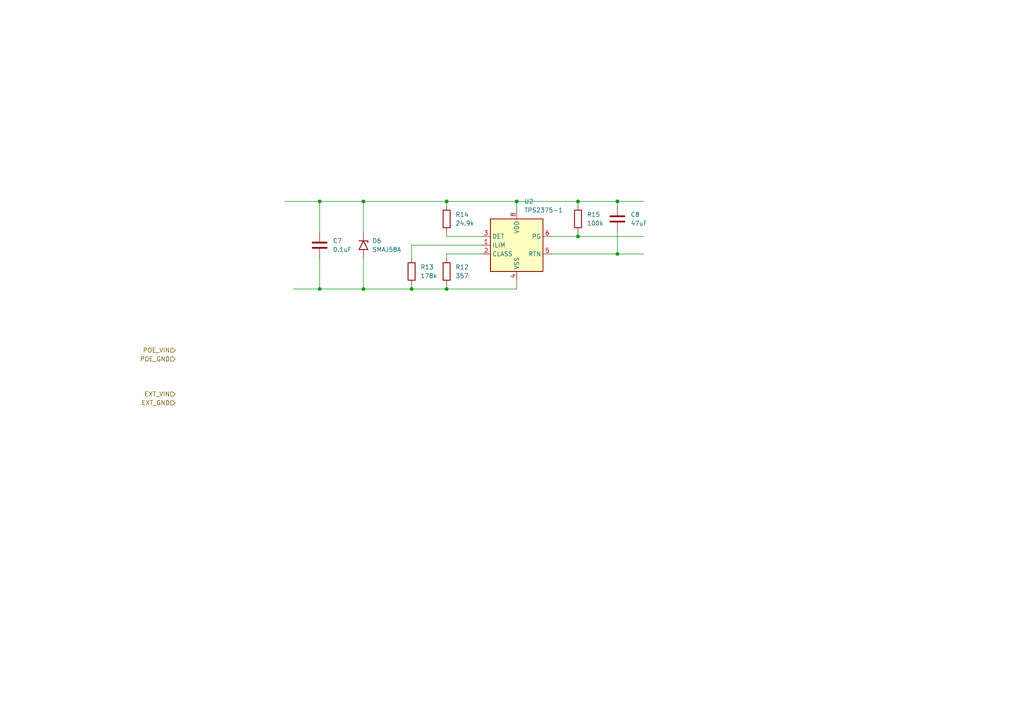
<source format=kicad_sch>
(kicad_sch (version 20250114) (generator "eeschema") (generator_version "9.0")
  (paper "A4")
  (title_block (title "iot-contact"))
  (lib_symbols
    (symbol "Device:C" (pin_numbers (hide yes)) (pin_names (offset 0.254))
      (property "Reference" "C" (at 0.635 2.54 0))
      (property "Value" "C" (at 0.635 -2.54 0))
      (symbol "C_0_1"
        (polyline (pts (xy -2.032 0.762) (xy 2.032 0.762)) (stroke (width 0.508)))
        (polyline (pts (xy -2.032 -0.762) (xy 2.032 -0.762)) (stroke (width 0.508)))
      )
      (symbol "C_1_1"
        (pin passive line (at 0 3.81 270) (length 2.794) (name "~") (number "1"))
        (pin passive line (at 0 -3.81 90) (length 2.794) (name "~") (number "2"))
      )
    )
    (symbol "Device:R" (pin_numbers (hide yes)) (pin_names (offset 0))
      (property "Reference" "R" (at 2.032 0 90))
      (property "Value" "R" (at 0 0 90))
      (symbol "R_0_1"
        (rectangle (start -1.016 -2.54) (end 1.016 2.54) (stroke (width 0.254)))
      )
      (symbol "R_1_1"
        (pin passive line (at 0 3.81 270) (length 1.27) (name "~") (number "1"))
        (pin passive line (at 0 -3.81 90) (length 1.27) (name "~") (number "2"))
      )
    )
    (symbol "Diode:SMAJ58A" (pin_numbers (hide yes)) (pin_names (offset 1.016) (hide yes))
      (property "Reference" "D" (at 0 2.54 0))
      (property "Value" "SMAJ58A" (at 0 -2.54 0))
      (symbol "SMAJ58A_0_1"
        (polyline (pts (xy -0.762 1.27) (xy -1.27 1.27) (xy -1.27 -1.27)) (stroke (width 0.254)))
        (polyline (pts (xy 1.27 1.27) (xy 1.27 -1.27) (xy -1.27 0) (xy 1.27 1.27)) (stroke (width 0.254)))
      )
      (symbol "SMAJ58A_1_1"
        (pin passive line (at -3.81 0 0) (length 2.54) (name "A1") (number "1"))
        (pin passive line (at 3.81 0 180) (length 2.54) (name "A2") (number "2"))
      )
    )
    (symbol "Regulator_Controller:TPS2375-1"
      (property "Reference" "U" (at 2.54 -8.89 0))
      (property "Value" "TPS2375-1" (at 7.62 -11.43 0))
      (symbol "TPS2375-1_0_1"
        (rectangle (start -7.62 7.62) (end 7.62 -7.62) (stroke (width 0.254)) (fill (type background)))
      )
      (symbol "TPS2375-1_1_1"
        (pin passive line (at -10.16 2.54 0) (length 2.54) (name "DET") (number "3"))
        (pin passive line (at -10.16 0 0) (length 2.54) (name "ILIM") (number "1"))
        (pin passive line (at -10.16 -2.54 0) (length 2.54) (name "CLASS") (number "2"))
        (pin power_in line (at 0 10.16 270) (length 2.54) (name "VDD") (number "8"))
        (pin power_in line (at 0 -10.16 90) (length 2.54) (name "VSS") (number "4"))
        (pin no_connect line (at 7.62 0 180) (length 2.54) (hide yes) (name "NC") (number "7"))
        (pin open_collector line (at 10.16 2.54 180) (length 2.54) (name "PG") (number "6"))
        (pin power_out line (at 10.16 -2.54 180) (length 2.54) (name "RTN") (number "5"))
      )
    )
  )
  (junction (at 92.71 83.82))
  (junction (at 149.86 58.42))
  (junction (at 119.38 83.82))
  (junction (at 179.07 58.42))
  (junction (at 92.71 58.42))
  (junction (at 105.41 83.82))
  (junction (at 129.54 83.82))
  (junction (at 167.64 68.58))
  (junction (at 167.64 58.42))
  (junction (at 129.54 58.42))
  (junction (at 105.41 58.42))
  (junction (at 179.07 73.66))
  (wire (pts (xy 85.09 83.82) (xy 92.71 83.82)))
  (wire (pts (xy 129.54 68.58) (xy 139.7 68.58)))
  (wire (pts (xy 160.02 73.66) (xy 179.07 73.66)))
  (wire (pts (xy 179.07 58.42) (xy 186.69 58.42)))
  (wire (pts (xy 167.64 58.42) (xy 167.64 59.69)))
  (wire (pts (xy 105.41 83.82) (xy 119.38 83.82)))
  (wire (pts (xy 179.07 73.66) (xy 186.69 73.66)))
  (wire (pts (xy 129.54 58.42) (xy 149.86 58.42)))
  (wire (pts (xy 105.41 58.42) (xy 129.54 58.42)))
  (wire (pts (xy 167.64 58.42) (xy 179.07 58.42)))
  (wire (pts (xy 82.55 58.42) (xy 92.71 58.42)))
  (wire (pts (xy 129.54 67.31) (xy 129.54 68.58)))
  (wire (pts (xy 129.54 74.93) (xy 129.54 73.66)))
  (wire (pts (xy 179.07 67.31) (xy 179.07 73.66)))
  (wire (pts (xy 179.07 58.42) (xy 179.07 59.69)))
  (wire (pts (xy 129.54 73.66) (xy 139.7 73.66)))
  (wire (pts (xy 92.71 74.93) (xy 92.71 83.82)))
  (wire (pts (xy 129.54 58.42) (xy 129.54 59.69)))
  (wire (pts (xy 149.86 58.42) (xy 167.64 58.42)))
  (wire (pts (xy 105.41 58.42) (xy 105.41 67.31)))
  (wire (pts (xy 119.38 82.55) (xy 119.38 83.82)))
  (wire (pts (xy 149.86 58.42) (xy 149.86 60.96)))
  (wire (pts (xy 167.64 67.31) (xy 167.64 68.58)))
  (wire (pts (xy 92.71 58.42) (xy 92.71 67.31)))
  (wire (pts (xy 119.38 83.82) (xy 129.54 83.82)))
  (wire (pts (xy 149.86 83.82) (xy 149.86 81.28)))
  (wire (pts (xy 160.02 68.58) (xy 167.64 68.58)))
  (wire (pts (xy 129.54 82.55) (xy 129.54 83.82)))
  (wire (pts (xy 129.54 83.82) (xy 149.86 83.82)))
  (wire (pts (xy 119.38 74.93) (xy 119.38 71.12)))
  (wire (pts (xy 119.38 71.12) (xy 139.7 71.12)))
  (wire (pts (xy 92.71 83.82) (xy 105.41 83.82)))
  (wire (pts (xy 92.71 58.42) (xy 105.41 58.42)))
  (wire (pts (xy 105.41 74.93) (xy 105.41 83.82)))
  (wire (pts (xy 167.64 68.58) (xy 186.69 68.58)))
  (hierarchical_label "EXT_GND" (shape input) (at 50.8 116.84 180))
  (hierarchical_label "POE_GND" (shape input) (at 50.8 104.14 180))
  (hierarchical_label "POE_VIN" (shape input) (at 50.8 101.6 180))
  (hierarchical_label "EXT_VIN" (shape input) (at 50.8 114.3 180))
  (symbol (lib_id "Device:C") (at 92.71 71.12 0) (unit 1)
    (property "Reference" "C7" (at 96.52 69.8499 0) (effects (justify left)))
    (property "Value" "0.1uF" (at 96.52 72.3899 0) (effects (justify left)))
    (property "Description" "Unpolarized capacitor" (effects (hide yes)))
  )
  (symbol (lib_id "Device:R") (at 167.64 63.5 0) (unit 1)
    (property "Reference" "R15" (at 170.18 62.2299 0) (effects (justify left)))
    (property "Value" "100k" (at 170.18 64.7699 0) (effects (justify left)))
    (property "Description" "Resistor" (effects (hide yes)))
  )
  (symbol (lib_id "Regulator_Controller:TPS2375-1") (at 149.86 71.12 0) (unit 1)
    (property "Reference" "U2" (at 152.0033 58.42 0) (effects (justify left)))
    (property "Value" "TPS2375-1" (at 152.0033 60.96 0) (effects (justify left)))
    (property "Footprint" "Package_SO:TSSOP-8_4.4x3mm_P0.65mm" (effects (hide yes)))
    (property "Datasheet" "https://www.ti.com/lit/gpn/tps2375-1" (effects (hide yes)))
    (property "Description" "IEEE802.3af PoE Controller, Auto-Retry" (effects (hide yes)))
  )
  (symbol (lib_id "Device:R") (at 129.54 78.74 0) (unit 1)
    (property "Reference" "R12" (at 132.08 77.4699 0) (effects (justify left)))
    (property "Value" "357" (at 132.08 80.0099 0) (effects (justify left)))
    (property "Description" "Resistor" (effects (hide yes)))
  )
  (symbol (lib_id "Diode:SMAJ58A") (at 105.41 71.12 270) (unit 1)
    (property "Reference" "D6" (at 107.95 69.8499 90) (effects (justify left)))
    (property "Value" "SMAJ58A" (at 107.95 72.3899 90) (effects (justify left)))
    (property "Footprint" "Diode_SMD:D_SMA" (effects (hide yes)))
    (property "Datasheet" "https://www.littelfuse.com/media?resourcetype=datasheets&itemid=75e32973-b177-4ee3-a0ff-cedaf1abdb93&filename=smaj-datasheet" (effects (hide yes)))
    (property "Description" "400W unidirectional Transient Voltage Suppressor, 58.0Vr, SMA(DO-214AC)" (effects (hide yes)))
  )
  (symbol (lib_id "Device:R") (at 119.38 78.74 0) (unit 1)
    (property "Reference" "R13" (at 121.92 77.4699 0) (effects (justify left)))
    (property "Value" "178k" (at 121.92 80.0099 0) (effects (justify left)))
    (property "Description" "Resistor" (effects (hide yes)))
  )
  (symbol (lib_id "Device:R") (at 129.54 63.5 0) (unit 1)
    (property "Reference" "R14" (at 132.08 62.2299 0) (effects (justify left)))
    (property "Value" "24.9k" (at 132.08 64.7699 0) (effects (justify left)))
    (property "Description" "Resistor" (effects (hide yes)))
  )
  (symbol (lib_id "Device:C") (at 179.07 63.5 0) (unit 1)
    (property "Reference" "C8" (at 182.88 62.2299 0) (effects (justify left)))
    (property "Value" "47uF" (at 182.88 64.7699 0) (effects (justify left)))
    (property "Description" "Unpolarized capacitor" (effects (hide yes)))
  )
)
</source>
